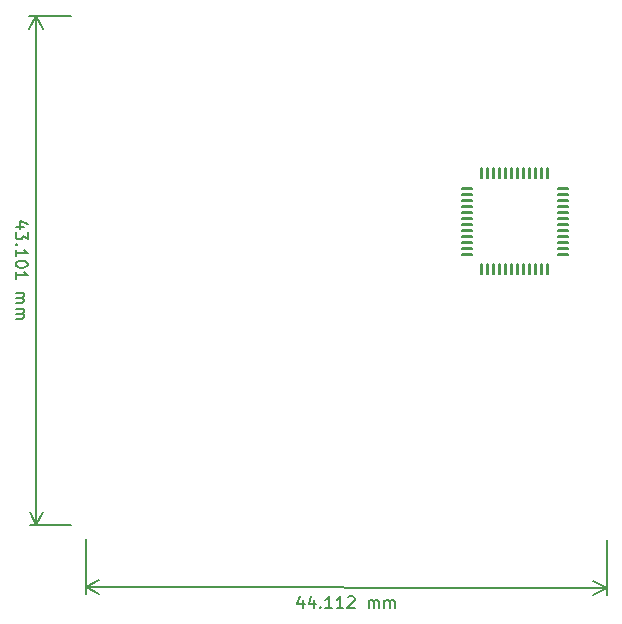
<source format=gbr>
G04 #@! TF.GenerationSoftware,KiCad,Pcbnew,5.1.7-a382d34a8~88~ubuntu18.04.1*
G04 #@! TF.CreationDate,2021-07-31T18:48:42+05:30*
G04 #@! TF.ProjectId,FrontEnd_HeavyDevice_v1,46726f6e-7445-46e6-945f-486561767944,rev?*
G04 #@! TF.SameCoordinates,Original*
G04 #@! TF.FileFunction,OtherDrawing,Comment*
%FSLAX46Y46*%
G04 Gerber Fmt 4.6, Leading zero omitted, Abs format (unit mm)*
G04 Created by KiCad (PCBNEW 5.1.7-a382d34a8~88~ubuntu18.04.1) date 2021-07-31 18:48:42*
%MOMM*%
%LPD*%
G01*
G04 APERTURE LIST*
%ADD10C,0.150000*%
G04 APERTURE END LIST*
D10*
X90809987Y-93675260D02*
X90143320Y-93675299D01*
X91190925Y-93437143D02*
X90476626Y-93199089D01*
X90476662Y-93818137D01*
X91143346Y-94103812D02*
X91143382Y-94722860D01*
X90762410Y-94389549D01*
X90762419Y-94532406D01*
X90714805Y-94627647D01*
X90667189Y-94675269D01*
X90571954Y-94722893D01*
X90333858Y-94722907D01*
X90238617Y-94675294D01*
X90190996Y-94627678D01*
X90143371Y-94532442D01*
X90143354Y-94246728D01*
X90190968Y-94151487D01*
X90238584Y-94103865D01*
X90238646Y-95151484D02*
X90191029Y-95199106D01*
X90143407Y-95151490D01*
X90191024Y-95103868D01*
X90238646Y-95151484D01*
X90143407Y-95151490D01*
X90143466Y-96151490D02*
X90143433Y-95580061D01*
X90143450Y-95865776D02*
X91143450Y-95865717D01*
X91000587Y-95770487D01*
X90905343Y-95675255D01*
X90857718Y-95580019D01*
X91143503Y-96770479D02*
X91143508Y-96865717D01*
X91095895Y-96960958D01*
X91048279Y-97008580D01*
X90953044Y-97056204D01*
X90762570Y-97103834D01*
X90524475Y-97103848D01*
X90333996Y-97056241D01*
X90238755Y-97008627D01*
X90191133Y-96961011D01*
X90143508Y-96865776D01*
X90143503Y-96770538D01*
X90191116Y-96675297D01*
X90238733Y-96627675D01*
X90333968Y-96580050D01*
X90524441Y-96532420D01*
X90762536Y-96532406D01*
X90953015Y-96580014D01*
X91048256Y-96627627D01*
X91095878Y-96675243D01*
X91143503Y-96770479D01*
X90143579Y-98056252D02*
X90143545Y-97484823D01*
X90143562Y-97770538D02*
X91143562Y-97770479D01*
X91000699Y-97675249D01*
X90905455Y-97580016D01*
X90857831Y-97484781D01*
X90143649Y-99246728D02*
X90810315Y-99246689D01*
X90715077Y-99246694D02*
X90762699Y-99294311D01*
X90810324Y-99389546D01*
X90810332Y-99532403D01*
X90762719Y-99627644D01*
X90667484Y-99675269D01*
X90143674Y-99675299D01*
X90667484Y-99675269D02*
X90762724Y-99722882D01*
X90810349Y-99818117D01*
X90810358Y-99960974D01*
X90762744Y-100056215D01*
X90667509Y-100103840D01*
X90143699Y-100103871D01*
X90143727Y-100580061D02*
X90810394Y-100580022D01*
X90715156Y-100580028D02*
X90762778Y-100627644D01*
X90810402Y-100722879D01*
X90810411Y-100865736D01*
X90762797Y-100960977D01*
X90667562Y-101008602D01*
X90143753Y-101008633D01*
X90667562Y-101008602D02*
X90762803Y-101056215D01*
X90810428Y-101151451D01*
X90810436Y-101294308D01*
X90762823Y-101389549D01*
X90667587Y-101437173D01*
X90143778Y-101437204D01*
X91894648Y-75791233D02*
X91897188Y-118892493D01*
X94833440Y-75791060D02*
X91308227Y-75791268D01*
X94835980Y-118892320D02*
X91310767Y-118892528D01*
X91897188Y-118892493D02*
X91310701Y-117766024D01*
X91897188Y-118892493D02*
X92483542Y-117765955D01*
X91894648Y-75791233D02*
X91308294Y-76917771D01*
X91894648Y-75791233D02*
X92481135Y-76917702D01*
X114460546Y-125259774D02*
X114458665Y-125926438D01*
X114223527Y-124878152D02*
X113983417Y-125591763D01*
X114602462Y-125593509D01*
X115412923Y-125262461D02*
X115411042Y-125929125D01*
X115175904Y-124880839D02*
X114935794Y-125594450D01*
X115554839Y-125596197D01*
X115935118Y-125835366D02*
X115982603Y-125883119D01*
X115934850Y-125930603D01*
X115887365Y-125882850D01*
X115935118Y-125835366D01*
X115934850Y-125930603D01*
X116934846Y-125933425D02*
X116363419Y-125931813D01*
X116649133Y-125932619D02*
X116651954Y-124932623D01*
X116556313Y-125075211D01*
X116460807Y-125170180D01*
X116365435Y-125217530D01*
X117887223Y-125936112D02*
X117315797Y-125934500D01*
X117601510Y-125935306D02*
X117604331Y-124935310D01*
X117508690Y-125077898D01*
X117413184Y-125172867D01*
X117317812Y-125220217D01*
X118270726Y-125032428D02*
X118318480Y-124984944D01*
X118413852Y-124937594D01*
X118651946Y-124938266D01*
X118747049Y-124986153D01*
X118794534Y-125033906D01*
X118841884Y-125129278D01*
X118841615Y-125224516D01*
X118793593Y-125367238D01*
X118220555Y-125937052D01*
X118839600Y-125938799D01*
X120030071Y-125942158D02*
X120031952Y-125275494D01*
X120031684Y-125370732D02*
X120079437Y-125323247D01*
X120174809Y-125275897D01*
X120317666Y-125276300D01*
X120412769Y-125324187D01*
X120460119Y-125419560D01*
X120458641Y-125943367D01*
X120460119Y-125419560D02*
X120508007Y-125324456D01*
X120603379Y-125277106D01*
X120746235Y-125277509D01*
X120841339Y-125325397D01*
X120888689Y-125420769D01*
X120887211Y-125944576D01*
X121363399Y-125945920D02*
X121365280Y-125279256D01*
X121365012Y-125374493D02*
X121412765Y-125327009D01*
X121508137Y-125279659D01*
X121650994Y-125280062D01*
X121746097Y-125327949D01*
X121793447Y-125423321D01*
X121791969Y-125947129D01*
X121793447Y-125423321D02*
X121841335Y-125328218D01*
X121936707Y-125280868D01*
X122079563Y-125281271D01*
X122174667Y-125329159D01*
X122222017Y-125424531D01*
X122220539Y-125948338D01*
X96074172Y-124122180D02*
X140186352Y-124246640D01*
X96085660Y-120050560D02*
X96072518Y-124708598D01*
X140197840Y-120175020D02*
X140184698Y-124833058D01*
X140186352Y-124246640D02*
X139058198Y-124829880D01*
X140186352Y-124246640D02*
X139061507Y-123657043D01*
X96074172Y-124122180D02*
X97199017Y-124711777D01*
X96074172Y-124122180D02*
X97202326Y-123538940D01*
X136039000Y-90838700D02*
X136039000Y-90918700D01*
X136889000Y-90918700D01*
X136889000Y-90838700D01*
X136039000Y-90838700D01*
X135154000Y-96803700D02*
X135154000Y-97653700D01*
X135234000Y-97653700D01*
X135234000Y-96803700D01*
X135154000Y-96803700D01*
X134646000Y-96803700D02*
X134646000Y-97653700D01*
X134726000Y-97653700D01*
X134726000Y-96803700D01*
X134646000Y-96803700D01*
X134138000Y-96803700D02*
X134138000Y-97653700D01*
X134218000Y-97653700D01*
X134218000Y-96803700D01*
X134138000Y-96803700D01*
X133630000Y-96803700D02*
X133630000Y-97653700D01*
X133710000Y-97653700D01*
X133710000Y-96803700D01*
X133630000Y-96803700D01*
X133122000Y-96803700D02*
X133122000Y-97653700D01*
X133202000Y-97653700D01*
X133202000Y-96803700D01*
X133122000Y-96803700D01*
X132614000Y-96803700D02*
X132614000Y-97653700D01*
X132694000Y-97653700D01*
X132694000Y-96803700D01*
X132614000Y-96803700D01*
X132106000Y-96803700D02*
X132106000Y-97653700D01*
X132186000Y-97653700D01*
X132186000Y-96803700D01*
X132106000Y-96803700D01*
X131598000Y-96803700D02*
X131598000Y-97653700D01*
X131678000Y-97653700D01*
X131678000Y-96803700D01*
X131598000Y-96803700D01*
X131090000Y-96803700D02*
X131090000Y-97653700D01*
X131170000Y-97653700D01*
X131170000Y-96803700D01*
X131090000Y-96803700D01*
X130582000Y-96803700D02*
X130582000Y-97653700D01*
X130662000Y-97653700D01*
X130662000Y-96803700D01*
X130582000Y-96803700D01*
X130074000Y-96803700D02*
X130074000Y-97653700D01*
X130154000Y-97653700D01*
X130154000Y-96803700D01*
X130074000Y-96803700D01*
X129566000Y-96803700D02*
X129566000Y-97653700D01*
X129646000Y-97653700D01*
X129646000Y-96803700D01*
X129566000Y-96803700D01*
X127911000Y-95918700D02*
X127911000Y-95998700D01*
X128761000Y-95998700D01*
X128761000Y-95918700D01*
X127911000Y-95918700D01*
X127911000Y-95410700D02*
X127911000Y-95490700D01*
X128761000Y-95490700D01*
X128761000Y-95410700D01*
X127911000Y-95410700D01*
X127911000Y-94394700D02*
X127911000Y-94474700D01*
X128761000Y-94474700D01*
X128761000Y-94394700D01*
X127911000Y-94394700D01*
X127911000Y-93886700D02*
X127911000Y-93966700D01*
X128761000Y-93966700D01*
X128761000Y-93886700D01*
X127911000Y-93886700D01*
X127911000Y-93378700D02*
X127911000Y-93458700D01*
X128761000Y-93458700D01*
X128761000Y-93378700D01*
X127911000Y-93378700D01*
X127911000Y-92870700D02*
X127911000Y-92950700D01*
X128761000Y-92950700D01*
X128761000Y-92870700D01*
X127911000Y-92870700D01*
X127911000Y-92362700D02*
X127911000Y-92442700D01*
X128761000Y-92442700D01*
X128761000Y-92362700D01*
X127911000Y-92362700D01*
X127911000Y-91854700D02*
X127911000Y-91934700D01*
X128761000Y-91934700D01*
X128761000Y-91854700D01*
X127911000Y-91854700D01*
X127911000Y-91346700D02*
X127911000Y-91426700D01*
X128761000Y-91426700D01*
X128761000Y-91346700D01*
X127911000Y-91346700D01*
X127911000Y-90838700D02*
X127911000Y-90918700D01*
X128761000Y-90918700D01*
X128761000Y-90838700D01*
X127911000Y-90838700D01*
X127911000Y-90330700D02*
X127911000Y-90410700D01*
X128761000Y-90410700D01*
X128761000Y-90330700D01*
X127911000Y-90330700D01*
X130074000Y-88675700D02*
X130074000Y-89525700D01*
X130154000Y-89525700D01*
X130154000Y-88675700D01*
X130074000Y-88675700D01*
X130582000Y-88675700D02*
X130582000Y-89525700D01*
X130662000Y-89525700D01*
X130662000Y-88675700D01*
X130582000Y-88675700D01*
X131090000Y-88675700D02*
X131090000Y-89525700D01*
X131170000Y-89525700D01*
X131170000Y-88675700D01*
X131090000Y-88675700D01*
X131598000Y-88675700D02*
X131598000Y-89525700D01*
X131678000Y-89525700D01*
X131678000Y-88675700D01*
X131598000Y-88675700D01*
X132106000Y-88675700D02*
X132106000Y-89525700D01*
X132186000Y-89525700D01*
X132186000Y-88675700D01*
X132106000Y-88675700D01*
X132614000Y-88675700D02*
X132614000Y-89525700D01*
X132694000Y-89525700D01*
X132694000Y-88675700D01*
X132614000Y-88675700D01*
X133122000Y-88675700D02*
X133122000Y-89525700D01*
X133202000Y-89525700D01*
X133202000Y-88675700D01*
X133122000Y-88675700D01*
X133630000Y-88675700D02*
X133630000Y-89525700D01*
X133710000Y-89525700D01*
X133710000Y-88675700D01*
X133630000Y-88675700D01*
X134138000Y-88675700D02*
X134138000Y-89525700D01*
X134218000Y-89525700D01*
X134218000Y-88675700D01*
X134138000Y-88675700D01*
X134646000Y-88675700D02*
X134646000Y-89525700D01*
X134726000Y-89525700D01*
X134726000Y-88675700D01*
X134646000Y-88675700D01*
X135154000Y-88675700D02*
X135154000Y-89525700D01*
X135234000Y-89525700D01*
X135234000Y-88675700D01*
X135154000Y-88675700D01*
X136039000Y-90330700D02*
X136039000Y-90410700D01*
X136889000Y-90410700D01*
X136889000Y-90330700D01*
X136039000Y-90330700D01*
X136039000Y-91346700D02*
X136039000Y-91426700D01*
X136889000Y-91426700D01*
X136889000Y-91346700D01*
X136039000Y-91346700D01*
X136039000Y-91854700D02*
X136039000Y-91934700D01*
X136889000Y-91934700D01*
X136889000Y-91854700D01*
X136039000Y-91854700D01*
X136039000Y-92362700D02*
X136039000Y-92442700D01*
X136889000Y-92442700D01*
X136889000Y-92362700D01*
X136039000Y-92362700D01*
X136039000Y-92870700D02*
X136039000Y-92950700D01*
X136889000Y-92950700D01*
X136889000Y-92870700D01*
X136039000Y-92870700D01*
X136039000Y-93378700D02*
X136039000Y-93458700D01*
X136889000Y-93458700D01*
X136889000Y-93378700D01*
X136039000Y-93378700D01*
X136039000Y-93886700D02*
X136039000Y-93966700D01*
X136889000Y-93966700D01*
X136889000Y-93886700D01*
X136039000Y-93886700D01*
X136039000Y-94394700D02*
X136039000Y-94474700D01*
X136889000Y-94474700D01*
X136889000Y-94394700D01*
X136039000Y-94394700D01*
X136039000Y-94902700D02*
X136039000Y-94982700D01*
X136889000Y-94982700D01*
X136889000Y-94902700D01*
X136039000Y-94902700D01*
X136039000Y-95410700D02*
X136039000Y-95490700D01*
X136889000Y-95490700D01*
X136889000Y-95410700D01*
X136039000Y-95410700D01*
X136039000Y-95918700D02*
X136039000Y-95998700D01*
X136889000Y-95998700D01*
X136889000Y-95918700D01*
X136039000Y-95918700D01*
X129566000Y-88675700D02*
X129566000Y-89525700D01*
X129646000Y-89525700D01*
X129646000Y-88675700D01*
X129566000Y-88675700D01*
X127911000Y-94902700D02*
X127911000Y-94982700D01*
X128761000Y-94982700D01*
X128761000Y-94902700D01*
X127911000Y-94902700D01*
M02*

</source>
